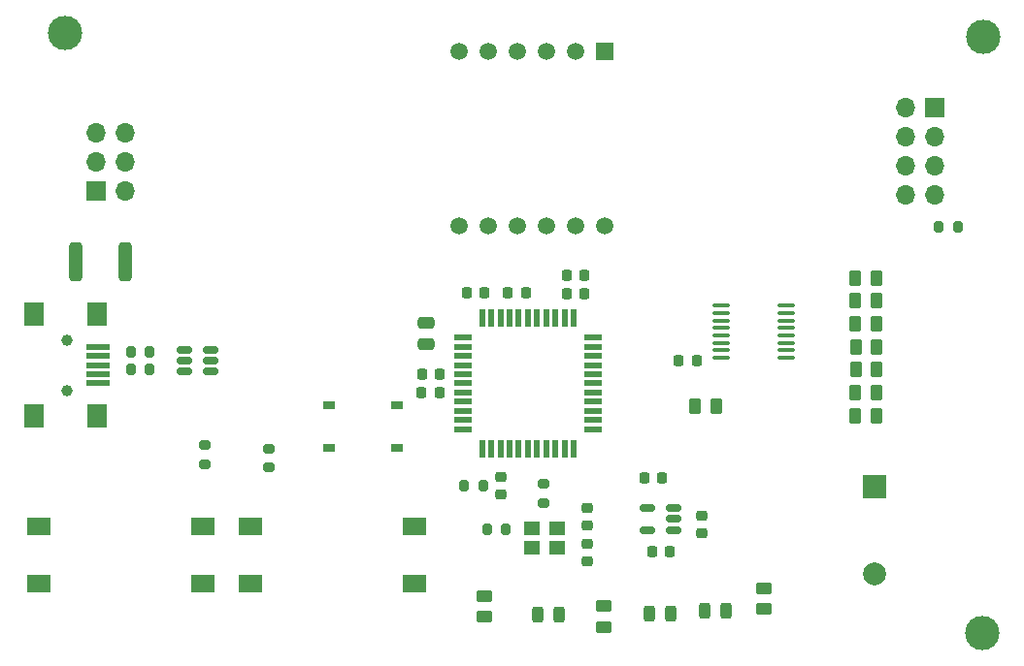
<source format=gbr>
%TF.GenerationSoftware,KiCad,Pcbnew,(7.0.0)*%
%TF.CreationDate,2023-04-20T18:01:31-06:00*%
%TF.ProjectId,PhaseBsheild,50686173-6542-4736-9865-696c642e6b69,rev?*%
%TF.SameCoordinates,Original*%
%TF.FileFunction,Soldermask,Top*%
%TF.FilePolarity,Negative*%
%FSLAX46Y46*%
G04 Gerber Fmt 4.6, Leading zero omitted, Abs format (unit mm)*
G04 Created by KiCad (PCBNEW (7.0.0)) date 2023-04-20 18:01:31*
%MOMM*%
%LPD*%
G01*
G04 APERTURE LIST*
G04 Aperture macros list*
%AMRoundRect*
0 Rectangle with rounded corners*
0 $1 Rounding radius*
0 $2 $3 $4 $5 $6 $7 $8 $9 X,Y pos of 4 corners*
0 Add a 4 corners polygon primitive as box body*
4,1,4,$2,$3,$4,$5,$6,$7,$8,$9,$2,$3,0*
0 Add four circle primitives for the rounded corners*
1,1,$1+$1,$2,$3*
1,1,$1+$1,$4,$5*
1,1,$1+$1,$6,$7*
1,1,$1+$1,$8,$9*
0 Add four rect primitives between the rounded corners*
20,1,$1+$1,$2,$3,$4,$5,0*
20,1,$1+$1,$4,$5,$6,$7,0*
20,1,$1+$1,$6,$7,$8,$9,0*
20,1,$1+$1,$8,$9,$2,$3,0*%
G04 Aperture macros list end*
%ADD10RoundRect,0.200000X0.200000X0.275000X-0.200000X0.275000X-0.200000X-0.275000X0.200000X-0.275000X0*%
%ADD11RoundRect,0.250000X-0.262500X-0.450000X0.262500X-0.450000X0.262500X0.450000X-0.262500X0.450000X0*%
%ADD12RoundRect,0.200000X-0.200000X-0.275000X0.200000X-0.275000X0.200000X0.275000X-0.200000X0.275000X0*%
%ADD13RoundRect,0.225000X-0.225000X-0.250000X0.225000X-0.250000X0.225000X0.250000X-0.225000X0.250000X0*%
%ADD14RoundRect,0.250000X-0.312500X-1.450000X0.312500X-1.450000X0.312500X1.450000X-0.312500X1.450000X0*%
%ADD15RoundRect,0.250000X-0.450000X0.262500X-0.450000X-0.262500X0.450000X-0.262500X0.450000X0.262500X0*%
%ADD16R,1.000000X0.700000*%
%ADD17RoundRect,0.200000X0.275000X-0.200000X0.275000X0.200000X-0.275000X0.200000X-0.275000X-0.200000X0*%
%ADD18C,3.000000*%
%ADD19R,1.400000X1.200000*%
%ADD20RoundRect,0.200000X-0.275000X0.200000X-0.275000X-0.200000X0.275000X-0.200000X0.275000X0.200000X0*%
%ADD21RoundRect,0.225000X0.225000X0.250000X-0.225000X0.250000X-0.225000X-0.250000X0.225000X-0.250000X0*%
%ADD22RoundRect,0.150000X-0.512500X-0.150000X0.512500X-0.150000X0.512500X0.150000X-0.512500X0.150000X0*%
%ADD23R,2.000000X1.500000*%
%ADD24C,1.000000*%
%ADD25R,2.000000X0.500000*%
%ADD26R,1.700000X2.000000*%
%ADD27RoundRect,0.250000X0.262500X0.450000X-0.262500X0.450000X-0.262500X-0.450000X0.262500X-0.450000X0*%
%ADD28R,1.500000X0.550000*%
%ADD29R,0.550000X1.500000*%
%ADD30RoundRect,0.225000X0.250000X-0.225000X0.250000X0.225000X-0.250000X0.225000X-0.250000X-0.225000X0*%
%ADD31R,1.500000X1.500000*%
%ADD32C,1.500000*%
%ADD33RoundRect,0.100000X0.637500X0.100000X-0.637500X0.100000X-0.637500X-0.100000X0.637500X-0.100000X0*%
%ADD34RoundRect,0.243750X0.243750X0.456250X-0.243750X0.456250X-0.243750X-0.456250X0.243750X-0.456250X0*%
%ADD35RoundRect,0.225000X-0.250000X0.225000X-0.250000X-0.225000X0.250000X-0.225000X0.250000X0.225000X0*%
%ADD36RoundRect,0.243750X-0.243750X-0.456250X0.243750X-0.456250X0.243750X0.456250X-0.243750X0.456250X0*%
%ADD37R,2.000000X2.000000*%
%ADD38C,2.000000*%
%ADD39R,1.700000X1.700000*%
%ADD40O,1.700000X1.700000*%
%ADD41RoundRect,0.150000X0.512500X0.150000X-0.512500X0.150000X-0.512500X-0.150000X0.512500X-0.150000X0*%
%ADD42RoundRect,0.250000X0.475000X-0.250000X0.475000X0.250000X-0.475000X0.250000X-0.475000X-0.250000X0*%
G04 APERTURE END LIST*
D10*
%TO.C,R17*%
X160800000Y-69800000D03*
X159150000Y-69800000D03*
%TD*%
D11*
%TO.C,R7*%
X151900000Y-80300000D03*
X153725000Y-80300000D03*
%TD*%
D12*
%TO.C,R15*%
X88665300Y-82281800D03*
X90315300Y-82281800D03*
%TD*%
D13*
%TO.C,C7*%
X126650000Y-74100000D03*
X128200000Y-74100000D03*
%TD*%
D14*
%TO.C,F1*%
X83862500Y-72900000D03*
X88137500Y-72900000D03*
%TD*%
D15*
%TO.C,R2*%
X129900000Y-102975000D03*
X129900000Y-104800000D03*
%TD*%
D16*
%TO.C,S3*%
X105912499Y-85449999D03*
X111912499Y-85449999D03*
X105912499Y-89149999D03*
X111912499Y-89149999D03*
%TD*%
D17*
%TO.C,R21*%
X95100000Y-90550000D03*
X95100000Y-88900000D03*
%TD*%
D12*
%TO.C,R16*%
X88665300Y-80781800D03*
X90315300Y-80781800D03*
%TD*%
D18*
%TO.C,H2*%
X163000000Y-53200000D03*
%TD*%
D19*
%TO.C,Y1*%
X125856099Y-96173799D03*
X123656099Y-96173799D03*
X123656099Y-97873799D03*
X125856099Y-97873799D03*
%TD*%
D20*
%TO.C,R11*%
X124700000Y-92300000D03*
X124700000Y-93950000D03*
%TD*%
D21*
%TO.C,C9*%
X119511100Y-75573800D03*
X117961100Y-75573800D03*
%TD*%
D15*
%TO.C,R14*%
X119500000Y-102075000D03*
X119500000Y-103900000D03*
%TD*%
D22*
%TO.C,U4*%
X93315300Y-80581800D03*
X93315300Y-81531800D03*
X93315300Y-82481800D03*
X95590300Y-82481800D03*
X95590300Y-81531800D03*
X95590300Y-80581800D03*
%TD*%
D23*
%TO.C,S2*%
X99099999Y-95999999D03*
X113399999Y-95999999D03*
X99099999Y-100999999D03*
X113399999Y-100999999D03*
%TD*%
D21*
%TO.C,C8*%
X115575000Y-84300000D03*
X114025000Y-84300000D03*
%TD*%
D24*
%TO.C,J1*%
X83075000Y-79700000D03*
X83075000Y-84100000D03*
D25*
X85774999Y-80299999D03*
X85774999Y-81099999D03*
X85774999Y-81899999D03*
X85774999Y-82699999D03*
X85774999Y-83499999D03*
D26*
X85674999Y-77449999D03*
X80224999Y-77449999D03*
X85674999Y-86349999D03*
X80224999Y-86349999D03*
%TD*%
D13*
%TO.C,C14*%
X134150000Y-98200000D03*
X135700000Y-98200000D03*
%TD*%
D27*
%TO.C,R3*%
X139700000Y-85500000D03*
X137875000Y-85500000D03*
%TD*%
D11*
%TO.C,R4*%
X151875000Y-86300000D03*
X153700000Y-86300000D03*
%TD*%
D15*
%TO.C,R1*%
X143900000Y-101375000D03*
X143900000Y-103200000D03*
%TD*%
D13*
%TO.C,C5*%
X126650000Y-75700000D03*
X128200000Y-75700000D03*
%TD*%
D12*
%TO.C,R12*%
X119731100Y-96273800D03*
X121381100Y-96273800D03*
%TD*%
D28*
%TO.C,U3*%
X117599999Y-79499999D03*
X117599999Y-80299999D03*
X117599999Y-81099999D03*
X117599999Y-81899999D03*
X117599999Y-82699999D03*
X117599999Y-83499999D03*
X117599999Y-84299999D03*
X117599999Y-85099999D03*
X117599999Y-85899999D03*
X117599999Y-86699999D03*
X117599999Y-87499999D03*
D29*
X119299999Y-89199999D03*
X120099999Y-89199999D03*
X120899999Y-89199999D03*
X121699999Y-89199999D03*
X122499999Y-89199999D03*
X123299999Y-89199999D03*
X124099999Y-89199999D03*
X124899999Y-89199999D03*
X125699999Y-89199999D03*
X126499999Y-89199999D03*
X127299999Y-89199999D03*
D28*
X128999999Y-87499999D03*
X128999999Y-86699999D03*
X128999999Y-85899999D03*
X128999999Y-85099999D03*
X128999999Y-84299999D03*
X128999999Y-83499999D03*
X128999999Y-82699999D03*
X128999999Y-81899999D03*
X128999999Y-81099999D03*
X128999999Y-80299999D03*
X128999999Y-79499999D03*
D29*
X127299999Y-77799999D03*
X126499999Y-77799999D03*
X125699999Y-77799999D03*
X124899999Y-77799999D03*
X124099999Y-77799999D03*
X123299999Y-77799999D03*
X122499999Y-77799999D03*
X121699999Y-77799999D03*
X120899999Y-77799999D03*
X120099999Y-77799999D03*
X119299999Y-77799999D03*
%TD*%
D11*
%TO.C,R10*%
X151875000Y-74300000D03*
X153700000Y-74300000D03*
%TD*%
%TO.C,R5*%
X151875000Y-84300000D03*
X153700000Y-84300000D03*
%TD*%
D30*
%TO.C,C13*%
X138500000Y-96620000D03*
X138500000Y-95070000D03*
%TD*%
D18*
%TO.C,H1*%
X162900000Y-105300000D03*
%TD*%
D31*
%TO.C,U2*%
X129968899Y-54548699D03*
D32*
X127428900Y-54548700D03*
X124888900Y-54548700D03*
X122348900Y-54548700D03*
X119808900Y-54548700D03*
X117268900Y-54548700D03*
X117268900Y-69788700D03*
X119808900Y-69788700D03*
X122348900Y-69788700D03*
X124888900Y-69788700D03*
X127428900Y-69788700D03*
X129968900Y-69788700D03*
%TD*%
D33*
%TO.C,U1*%
X145862500Y-81275000D03*
X145862500Y-80625000D03*
X145862500Y-79975000D03*
X145862500Y-79325000D03*
X145862500Y-78675000D03*
X145862500Y-78025000D03*
X145862500Y-77375000D03*
X145862500Y-76725000D03*
X140137500Y-76725000D03*
X140137500Y-77375000D03*
X140137500Y-78025000D03*
X140137500Y-78675000D03*
X140137500Y-79325000D03*
X140137500Y-79975000D03*
X140137500Y-80625000D03*
X140137500Y-81275000D03*
%TD*%
D34*
%TO.C,D2*%
X135775000Y-103600000D03*
X133900000Y-103600000D03*
%TD*%
%TO.C,D3*%
X126000000Y-103700000D03*
X124125000Y-103700000D03*
%TD*%
D35*
%TO.C,C3*%
X120900000Y-91650000D03*
X120900000Y-93200000D03*
%TD*%
D10*
%TO.C,R13*%
X119381100Y-92473800D03*
X117731100Y-92473800D03*
%TD*%
D36*
%TO.C,D1*%
X138725000Y-103400000D03*
X140600000Y-103400000D03*
%TD*%
D21*
%TO.C,C11*%
X123100000Y-75600000D03*
X121550000Y-75600000D03*
%TD*%
%TO.C,C10*%
X115600000Y-82700000D03*
X114050000Y-82700000D03*
%TD*%
D37*
%TO.C,LS1*%
X153499999Y-92499999D03*
D38*
X153500000Y-100100000D03*
%TD*%
D39*
%TO.C,J2*%
X158759999Y-59419999D03*
D40*
X156219999Y-59419999D03*
X158759999Y-61959999D03*
X156219999Y-61959999D03*
X158759999Y-64499999D03*
X156219999Y-64499999D03*
X158759999Y-67039999D03*
X156219999Y-67039999D03*
%TD*%
D39*
%TO.C,J3*%
X85659999Y-66679999D03*
D40*
X88199999Y-66679999D03*
X85659999Y-64139999D03*
X88199999Y-64139999D03*
X85659999Y-61599999D03*
X88199999Y-61599999D03*
%TD*%
D23*
%TO.C,S1*%
X80649999Y-95999999D03*
X94949999Y-95999999D03*
X80649999Y-100999999D03*
X94949999Y-100999999D03*
%TD*%
D17*
%TO.C,R12*%
X100700000Y-90850000D03*
X100700000Y-89200000D03*
%TD*%
D21*
%TO.C,C4*%
X138000000Y-81500000D03*
X136450000Y-81500000D03*
%TD*%
D18*
%TO.C,H3*%
X82900000Y-52900000D03*
%TD*%
D41*
%TO.C,U5*%
X135975000Y-96300000D03*
X135975000Y-95350000D03*
X135975000Y-94400000D03*
X133700000Y-94400000D03*
X133700000Y-96300000D03*
%TD*%
D42*
%TO.C,C6*%
X114381100Y-80073800D03*
X114381100Y-78173800D03*
%TD*%
D11*
%TO.C,R9*%
X151875000Y-76300000D03*
X153700000Y-76300000D03*
%TD*%
D13*
%TO.C,C12*%
X133450000Y-91800000D03*
X135000000Y-91800000D03*
%TD*%
D11*
%TO.C,R6*%
X151900000Y-82300000D03*
X153725000Y-82300000D03*
%TD*%
D35*
%TO.C,C2*%
X128500000Y-94400000D03*
X128500000Y-95950000D03*
%TD*%
D11*
%TO.C,R8*%
X151875000Y-78300000D03*
X153700000Y-78300000D03*
%TD*%
D30*
%TO.C,C1*%
X128456100Y-99068800D03*
X128456100Y-97518800D03*
%TD*%
M02*

</source>
